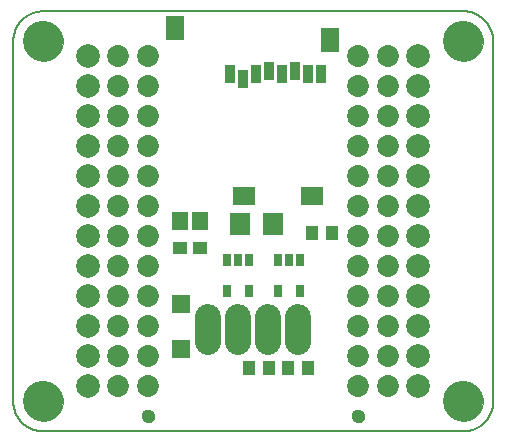
<source format=gts>
G75*
%MOIN*%
%OFA0B0*%
%FSLAX25Y25*%
%IPPOS*%
%LPD*%
%AMOC8*
5,1,8,0,0,1.08239X$1,22.5*
%
%ADD10C,0.00800*%
%ADD11R,0.04731X0.04337*%
%ADD12R,0.05912X0.05912*%
%ADD13R,0.03550X0.06306*%
%ADD14R,0.05912X0.07880*%
%ADD15R,0.07487X0.05912*%
%ADD16R,0.05518X0.06306*%
%ADD17R,0.03117X0.04298*%
%ADD18R,0.04337X0.04731*%
%ADD19R,0.06699X0.07487*%
%ADD20C,0.08668*%
%ADD21C,0.07900*%
%ADD22C,0.00000*%
%ADD23C,0.13400*%
%ADD24C,0.04400*%
%ADD25C,0.07300*%
D10*
X0010000Y0000000D02*
X0150000Y0000000D01*
X0150242Y0000003D01*
X0150483Y0000012D01*
X0150724Y0000026D01*
X0150965Y0000047D01*
X0151205Y0000073D01*
X0151445Y0000105D01*
X0151684Y0000143D01*
X0151921Y0000186D01*
X0152158Y0000236D01*
X0152393Y0000291D01*
X0152627Y0000351D01*
X0152859Y0000418D01*
X0153090Y0000489D01*
X0153319Y0000567D01*
X0153546Y0000650D01*
X0153771Y0000738D01*
X0153994Y0000832D01*
X0154214Y0000931D01*
X0154432Y0001036D01*
X0154647Y0001145D01*
X0154860Y0001260D01*
X0155070Y0001380D01*
X0155276Y0001505D01*
X0155480Y0001635D01*
X0155681Y0001770D01*
X0155878Y0001910D01*
X0156072Y0002054D01*
X0156262Y0002203D01*
X0156448Y0002357D01*
X0156631Y0002515D01*
X0156810Y0002677D01*
X0156985Y0002844D01*
X0157156Y0003015D01*
X0157323Y0003190D01*
X0157485Y0003369D01*
X0157643Y0003552D01*
X0157797Y0003738D01*
X0157946Y0003928D01*
X0158090Y0004122D01*
X0158230Y0004319D01*
X0158365Y0004520D01*
X0158495Y0004724D01*
X0158620Y0004930D01*
X0158740Y0005140D01*
X0158855Y0005353D01*
X0158964Y0005568D01*
X0159069Y0005786D01*
X0159168Y0006006D01*
X0159262Y0006229D01*
X0159350Y0006454D01*
X0159433Y0006681D01*
X0159511Y0006910D01*
X0159582Y0007141D01*
X0159649Y0007373D01*
X0159709Y0007607D01*
X0159764Y0007842D01*
X0159814Y0008079D01*
X0159857Y0008316D01*
X0159895Y0008555D01*
X0159927Y0008795D01*
X0159953Y0009035D01*
X0159974Y0009276D01*
X0159988Y0009517D01*
X0159997Y0009758D01*
X0160000Y0010000D01*
X0160000Y0130000D01*
X0159997Y0130242D01*
X0159988Y0130483D01*
X0159974Y0130724D01*
X0159953Y0130965D01*
X0159927Y0131205D01*
X0159895Y0131445D01*
X0159857Y0131684D01*
X0159814Y0131921D01*
X0159764Y0132158D01*
X0159709Y0132393D01*
X0159649Y0132627D01*
X0159582Y0132859D01*
X0159511Y0133090D01*
X0159433Y0133319D01*
X0159350Y0133546D01*
X0159262Y0133771D01*
X0159168Y0133994D01*
X0159069Y0134214D01*
X0158964Y0134432D01*
X0158855Y0134647D01*
X0158740Y0134860D01*
X0158620Y0135070D01*
X0158495Y0135276D01*
X0158365Y0135480D01*
X0158230Y0135681D01*
X0158090Y0135878D01*
X0157946Y0136072D01*
X0157797Y0136262D01*
X0157643Y0136448D01*
X0157485Y0136631D01*
X0157323Y0136810D01*
X0157156Y0136985D01*
X0156985Y0137156D01*
X0156810Y0137323D01*
X0156631Y0137485D01*
X0156448Y0137643D01*
X0156262Y0137797D01*
X0156072Y0137946D01*
X0155878Y0138090D01*
X0155681Y0138230D01*
X0155480Y0138365D01*
X0155276Y0138495D01*
X0155070Y0138620D01*
X0154860Y0138740D01*
X0154647Y0138855D01*
X0154432Y0138964D01*
X0154214Y0139069D01*
X0153994Y0139168D01*
X0153771Y0139262D01*
X0153546Y0139350D01*
X0153319Y0139433D01*
X0153090Y0139511D01*
X0152859Y0139582D01*
X0152627Y0139649D01*
X0152393Y0139709D01*
X0152158Y0139764D01*
X0151921Y0139814D01*
X0151684Y0139857D01*
X0151445Y0139895D01*
X0151205Y0139927D01*
X0150965Y0139953D01*
X0150724Y0139974D01*
X0150483Y0139988D01*
X0150242Y0139997D01*
X0150000Y0140000D01*
X0010000Y0140000D01*
X0009758Y0139997D01*
X0009517Y0139988D01*
X0009276Y0139974D01*
X0009035Y0139953D01*
X0008795Y0139927D01*
X0008555Y0139895D01*
X0008316Y0139857D01*
X0008079Y0139814D01*
X0007842Y0139764D01*
X0007607Y0139709D01*
X0007373Y0139649D01*
X0007141Y0139582D01*
X0006910Y0139511D01*
X0006681Y0139433D01*
X0006454Y0139350D01*
X0006229Y0139262D01*
X0006006Y0139168D01*
X0005786Y0139069D01*
X0005568Y0138964D01*
X0005353Y0138855D01*
X0005140Y0138740D01*
X0004930Y0138620D01*
X0004724Y0138495D01*
X0004520Y0138365D01*
X0004319Y0138230D01*
X0004122Y0138090D01*
X0003928Y0137946D01*
X0003738Y0137797D01*
X0003552Y0137643D01*
X0003369Y0137485D01*
X0003190Y0137323D01*
X0003015Y0137156D01*
X0002844Y0136985D01*
X0002677Y0136810D01*
X0002515Y0136631D01*
X0002357Y0136448D01*
X0002203Y0136262D01*
X0002054Y0136072D01*
X0001910Y0135878D01*
X0001770Y0135681D01*
X0001635Y0135480D01*
X0001505Y0135276D01*
X0001380Y0135070D01*
X0001260Y0134860D01*
X0001145Y0134647D01*
X0001036Y0134432D01*
X0000931Y0134214D01*
X0000832Y0133994D01*
X0000738Y0133771D01*
X0000650Y0133546D01*
X0000567Y0133319D01*
X0000489Y0133090D01*
X0000418Y0132859D01*
X0000351Y0132627D01*
X0000291Y0132393D01*
X0000236Y0132158D01*
X0000186Y0131921D01*
X0000143Y0131684D01*
X0000105Y0131445D01*
X0000073Y0131205D01*
X0000047Y0130965D01*
X0000026Y0130724D01*
X0000012Y0130483D01*
X0000003Y0130242D01*
X0000000Y0130000D01*
X0000000Y0010000D01*
X0000003Y0009758D01*
X0000012Y0009517D01*
X0000026Y0009276D01*
X0000047Y0009035D01*
X0000073Y0008795D01*
X0000105Y0008555D01*
X0000143Y0008316D01*
X0000186Y0008079D01*
X0000236Y0007842D01*
X0000291Y0007607D01*
X0000351Y0007373D01*
X0000418Y0007141D01*
X0000489Y0006910D01*
X0000567Y0006681D01*
X0000650Y0006454D01*
X0000738Y0006229D01*
X0000832Y0006006D01*
X0000931Y0005786D01*
X0001036Y0005568D01*
X0001145Y0005353D01*
X0001260Y0005140D01*
X0001380Y0004930D01*
X0001505Y0004724D01*
X0001635Y0004520D01*
X0001770Y0004319D01*
X0001910Y0004122D01*
X0002054Y0003928D01*
X0002203Y0003738D01*
X0002357Y0003552D01*
X0002515Y0003369D01*
X0002677Y0003190D01*
X0002844Y0003015D01*
X0003015Y0002844D01*
X0003190Y0002677D01*
X0003369Y0002515D01*
X0003552Y0002357D01*
X0003738Y0002203D01*
X0003928Y0002054D01*
X0004122Y0001910D01*
X0004319Y0001770D01*
X0004520Y0001635D01*
X0004724Y0001505D01*
X0004930Y0001380D01*
X0005140Y0001260D01*
X0005353Y0001145D01*
X0005568Y0001036D01*
X0005786Y0000931D01*
X0006006Y0000832D01*
X0006229Y0000738D01*
X0006454Y0000650D01*
X0006681Y0000567D01*
X0006910Y0000489D01*
X0007141Y0000418D01*
X0007373Y0000351D01*
X0007607Y0000291D01*
X0007842Y0000236D01*
X0008079Y0000186D01*
X0008316Y0000143D01*
X0008555Y0000105D01*
X0008795Y0000073D01*
X0009035Y0000047D01*
X0009276Y0000026D01*
X0009517Y0000012D01*
X0009758Y0000003D01*
X0010000Y0000000D01*
D11*
X0055654Y0061000D03*
X0062346Y0061000D03*
D12*
X0056000Y0042480D03*
X0056000Y0027520D03*
D13*
X0076634Y0117551D03*
X0072303Y0119126D03*
X0080965Y0119126D03*
X0085295Y0119913D03*
X0089626Y0119126D03*
X0093957Y0119913D03*
X0098287Y0119126D03*
X0102618Y0119126D03*
D14*
X0105728Y0130346D03*
X0053957Y0134283D03*
D15*
X0076988Y0078575D03*
X0099429Y0078575D03*
D16*
X0062346Y0070000D03*
X0055654Y0070000D03*
D17*
X0071260Y0057079D03*
X0075000Y0057079D03*
X0078740Y0057079D03*
X0088260Y0057079D03*
X0092000Y0057079D03*
X0095740Y0057079D03*
X0095740Y0046882D03*
X0088260Y0046882D03*
X0078740Y0046882D03*
X0071260Y0046882D03*
D18*
X0099654Y0066000D03*
X0106346Y0066000D03*
X0098346Y0021000D03*
X0091654Y0021000D03*
X0085346Y0021000D03*
X0078654Y0021000D03*
D19*
X0075488Y0069000D03*
X0086512Y0069000D03*
D20*
X0085000Y0038134D02*
X0085000Y0029866D01*
X0075000Y0029866D02*
X0075000Y0038134D01*
X0065000Y0038134D02*
X0065000Y0029866D01*
X0095000Y0029866D02*
X0095000Y0038134D01*
D21*
X0135000Y0035000D03*
X0135000Y0025000D03*
X0135000Y0015000D03*
X0135000Y0045000D03*
X0135000Y0055000D03*
X0135000Y0065000D03*
X0135000Y0075000D03*
X0135000Y0085000D03*
X0135000Y0095000D03*
X0135000Y0105000D03*
X0135000Y0115000D03*
X0135000Y0125000D03*
X0025000Y0125000D03*
X0025000Y0115000D03*
X0025000Y0105000D03*
X0025000Y0095000D03*
X0025000Y0085000D03*
X0025000Y0075000D03*
X0025000Y0065000D03*
X0025000Y0055000D03*
X0025000Y0045000D03*
X0025000Y0035000D03*
X0025000Y0025000D03*
X0025000Y0015000D03*
D22*
X0003500Y0010000D02*
X0003502Y0010161D01*
X0003508Y0010321D01*
X0003518Y0010482D01*
X0003532Y0010642D01*
X0003550Y0010802D01*
X0003571Y0010961D01*
X0003597Y0011120D01*
X0003627Y0011278D01*
X0003660Y0011435D01*
X0003698Y0011592D01*
X0003739Y0011747D01*
X0003784Y0011901D01*
X0003833Y0012054D01*
X0003886Y0012206D01*
X0003942Y0012357D01*
X0004003Y0012506D01*
X0004066Y0012654D01*
X0004134Y0012800D01*
X0004205Y0012944D01*
X0004279Y0013086D01*
X0004357Y0013227D01*
X0004439Y0013365D01*
X0004524Y0013502D01*
X0004612Y0013636D01*
X0004704Y0013768D01*
X0004799Y0013898D01*
X0004897Y0014026D01*
X0004998Y0014151D01*
X0005102Y0014273D01*
X0005209Y0014393D01*
X0005319Y0014510D01*
X0005432Y0014625D01*
X0005548Y0014736D01*
X0005667Y0014845D01*
X0005788Y0014950D01*
X0005912Y0015053D01*
X0006038Y0015153D01*
X0006166Y0015249D01*
X0006297Y0015342D01*
X0006431Y0015432D01*
X0006566Y0015519D01*
X0006704Y0015602D01*
X0006843Y0015682D01*
X0006985Y0015758D01*
X0007128Y0015831D01*
X0007273Y0015900D01*
X0007420Y0015966D01*
X0007568Y0016028D01*
X0007718Y0016086D01*
X0007869Y0016141D01*
X0008022Y0016192D01*
X0008176Y0016239D01*
X0008331Y0016282D01*
X0008487Y0016321D01*
X0008643Y0016357D01*
X0008801Y0016388D01*
X0008959Y0016416D01*
X0009118Y0016440D01*
X0009278Y0016460D01*
X0009438Y0016476D01*
X0009598Y0016488D01*
X0009759Y0016496D01*
X0009920Y0016500D01*
X0010080Y0016500D01*
X0010241Y0016496D01*
X0010402Y0016488D01*
X0010562Y0016476D01*
X0010722Y0016460D01*
X0010882Y0016440D01*
X0011041Y0016416D01*
X0011199Y0016388D01*
X0011357Y0016357D01*
X0011513Y0016321D01*
X0011669Y0016282D01*
X0011824Y0016239D01*
X0011978Y0016192D01*
X0012131Y0016141D01*
X0012282Y0016086D01*
X0012432Y0016028D01*
X0012580Y0015966D01*
X0012727Y0015900D01*
X0012872Y0015831D01*
X0013015Y0015758D01*
X0013157Y0015682D01*
X0013296Y0015602D01*
X0013434Y0015519D01*
X0013569Y0015432D01*
X0013703Y0015342D01*
X0013834Y0015249D01*
X0013962Y0015153D01*
X0014088Y0015053D01*
X0014212Y0014950D01*
X0014333Y0014845D01*
X0014452Y0014736D01*
X0014568Y0014625D01*
X0014681Y0014510D01*
X0014791Y0014393D01*
X0014898Y0014273D01*
X0015002Y0014151D01*
X0015103Y0014026D01*
X0015201Y0013898D01*
X0015296Y0013768D01*
X0015388Y0013636D01*
X0015476Y0013502D01*
X0015561Y0013365D01*
X0015643Y0013227D01*
X0015721Y0013086D01*
X0015795Y0012944D01*
X0015866Y0012800D01*
X0015934Y0012654D01*
X0015997Y0012506D01*
X0016058Y0012357D01*
X0016114Y0012206D01*
X0016167Y0012054D01*
X0016216Y0011901D01*
X0016261Y0011747D01*
X0016302Y0011592D01*
X0016340Y0011435D01*
X0016373Y0011278D01*
X0016403Y0011120D01*
X0016429Y0010961D01*
X0016450Y0010802D01*
X0016468Y0010642D01*
X0016482Y0010482D01*
X0016492Y0010321D01*
X0016498Y0010161D01*
X0016500Y0010000D01*
X0016498Y0009839D01*
X0016492Y0009679D01*
X0016482Y0009518D01*
X0016468Y0009358D01*
X0016450Y0009198D01*
X0016429Y0009039D01*
X0016403Y0008880D01*
X0016373Y0008722D01*
X0016340Y0008565D01*
X0016302Y0008408D01*
X0016261Y0008253D01*
X0016216Y0008099D01*
X0016167Y0007946D01*
X0016114Y0007794D01*
X0016058Y0007643D01*
X0015997Y0007494D01*
X0015934Y0007346D01*
X0015866Y0007200D01*
X0015795Y0007056D01*
X0015721Y0006914D01*
X0015643Y0006773D01*
X0015561Y0006635D01*
X0015476Y0006498D01*
X0015388Y0006364D01*
X0015296Y0006232D01*
X0015201Y0006102D01*
X0015103Y0005974D01*
X0015002Y0005849D01*
X0014898Y0005727D01*
X0014791Y0005607D01*
X0014681Y0005490D01*
X0014568Y0005375D01*
X0014452Y0005264D01*
X0014333Y0005155D01*
X0014212Y0005050D01*
X0014088Y0004947D01*
X0013962Y0004847D01*
X0013834Y0004751D01*
X0013703Y0004658D01*
X0013569Y0004568D01*
X0013434Y0004481D01*
X0013296Y0004398D01*
X0013157Y0004318D01*
X0013015Y0004242D01*
X0012872Y0004169D01*
X0012727Y0004100D01*
X0012580Y0004034D01*
X0012432Y0003972D01*
X0012282Y0003914D01*
X0012131Y0003859D01*
X0011978Y0003808D01*
X0011824Y0003761D01*
X0011669Y0003718D01*
X0011513Y0003679D01*
X0011357Y0003643D01*
X0011199Y0003612D01*
X0011041Y0003584D01*
X0010882Y0003560D01*
X0010722Y0003540D01*
X0010562Y0003524D01*
X0010402Y0003512D01*
X0010241Y0003504D01*
X0010080Y0003500D01*
X0009920Y0003500D01*
X0009759Y0003504D01*
X0009598Y0003512D01*
X0009438Y0003524D01*
X0009278Y0003540D01*
X0009118Y0003560D01*
X0008959Y0003584D01*
X0008801Y0003612D01*
X0008643Y0003643D01*
X0008487Y0003679D01*
X0008331Y0003718D01*
X0008176Y0003761D01*
X0008022Y0003808D01*
X0007869Y0003859D01*
X0007718Y0003914D01*
X0007568Y0003972D01*
X0007420Y0004034D01*
X0007273Y0004100D01*
X0007128Y0004169D01*
X0006985Y0004242D01*
X0006843Y0004318D01*
X0006704Y0004398D01*
X0006566Y0004481D01*
X0006431Y0004568D01*
X0006297Y0004658D01*
X0006166Y0004751D01*
X0006038Y0004847D01*
X0005912Y0004947D01*
X0005788Y0005050D01*
X0005667Y0005155D01*
X0005548Y0005264D01*
X0005432Y0005375D01*
X0005319Y0005490D01*
X0005209Y0005607D01*
X0005102Y0005727D01*
X0004998Y0005849D01*
X0004897Y0005974D01*
X0004799Y0006102D01*
X0004704Y0006232D01*
X0004612Y0006364D01*
X0004524Y0006498D01*
X0004439Y0006635D01*
X0004357Y0006773D01*
X0004279Y0006914D01*
X0004205Y0007056D01*
X0004134Y0007200D01*
X0004066Y0007346D01*
X0004003Y0007494D01*
X0003942Y0007643D01*
X0003886Y0007794D01*
X0003833Y0007946D01*
X0003784Y0008099D01*
X0003739Y0008253D01*
X0003698Y0008408D01*
X0003660Y0008565D01*
X0003627Y0008722D01*
X0003597Y0008880D01*
X0003571Y0009039D01*
X0003550Y0009198D01*
X0003532Y0009358D01*
X0003518Y0009518D01*
X0003508Y0009679D01*
X0003502Y0009839D01*
X0003500Y0010000D01*
X0043000Y0005000D02*
X0043002Y0005089D01*
X0043008Y0005178D01*
X0043018Y0005267D01*
X0043032Y0005355D01*
X0043049Y0005442D01*
X0043071Y0005528D01*
X0043097Y0005614D01*
X0043126Y0005698D01*
X0043159Y0005781D01*
X0043195Y0005862D01*
X0043236Y0005942D01*
X0043279Y0006019D01*
X0043326Y0006095D01*
X0043377Y0006168D01*
X0043430Y0006239D01*
X0043487Y0006308D01*
X0043547Y0006374D01*
X0043610Y0006438D01*
X0043675Y0006498D01*
X0043743Y0006556D01*
X0043814Y0006610D01*
X0043887Y0006661D01*
X0043962Y0006709D01*
X0044039Y0006754D01*
X0044118Y0006795D01*
X0044199Y0006832D01*
X0044281Y0006866D01*
X0044365Y0006897D01*
X0044450Y0006923D01*
X0044536Y0006946D01*
X0044623Y0006964D01*
X0044711Y0006979D01*
X0044800Y0006990D01*
X0044889Y0006997D01*
X0044978Y0007000D01*
X0045067Y0006999D01*
X0045156Y0006994D01*
X0045244Y0006985D01*
X0045333Y0006972D01*
X0045420Y0006955D01*
X0045507Y0006935D01*
X0045593Y0006910D01*
X0045677Y0006882D01*
X0045760Y0006850D01*
X0045842Y0006814D01*
X0045922Y0006775D01*
X0046000Y0006732D01*
X0046076Y0006686D01*
X0046150Y0006636D01*
X0046222Y0006583D01*
X0046291Y0006527D01*
X0046358Y0006468D01*
X0046422Y0006406D01*
X0046483Y0006342D01*
X0046542Y0006274D01*
X0046597Y0006204D01*
X0046649Y0006132D01*
X0046698Y0006057D01*
X0046743Y0005981D01*
X0046785Y0005902D01*
X0046823Y0005822D01*
X0046858Y0005740D01*
X0046889Y0005656D01*
X0046917Y0005571D01*
X0046940Y0005485D01*
X0046960Y0005398D01*
X0046976Y0005311D01*
X0046988Y0005222D01*
X0046996Y0005134D01*
X0047000Y0005045D01*
X0047000Y0004955D01*
X0046996Y0004866D01*
X0046988Y0004778D01*
X0046976Y0004689D01*
X0046960Y0004602D01*
X0046940Y0004515D01*
X0046917Y0004429D01*
X0046889Y0004344D01*
X0046858Y0004260D01*
X0046823Y0004178D01*
X0046785Y0004098D01*
X0046743Y0004019D01*
X0046698Y0003943D01*
X0046649Y0003868D01*
X0046597Y0003796D01*
X0046542Y0003726D01*
X0046483Y0003658D01*
X0046422Y0003594D01*
X0046358Y0003532D01*
X0046291Y0003473D01*
X0046222Y0003417D01*
X0046150Y0003364D01*
X0046076Y0003314D01*
X0046000Y0003268D01*
X0045922Y0003225D01*
X0045842Y0003186D01*
X0045760Y0003150D01*
X0045677Y0003118D01*
X0045593Y0003090D01*
X0045507Y0003065D01*
X0045420Y0003045D01*
X0045333Y0003028D01*
X0045244Y0003015D01*
X0045156Y0003006D01*
X0045067Y0003001D01*
X0044978Y0003000D01*
X0044889Y0003003D01*
X0044800Y0003010D01*
X0044711Y0003021D01*
X0044623Y0003036D01*
X0044536Y0003054D01*
X0044450Y0003077D01*
X0044365Y0003103D01*
X0044281Y0003134D01*
X0044199Y0003168D01*
X0044118Y0003205D01*
X0044039Y0003246D01*
X0043962Y0003291D01*
X0043887Y0003339D01*
X0043814Y0003390D01*
X0043743Y0003444D01*
X0043675Y0003502D01*
X0043610Y0003562D01*
X0043547Y0003626D01*
X0043487Y0003692D01*
X0043430Y0003761D01*
X0043377Y0003832D01*
X0043326Y0003905D01*
X0043279Y0003981D01*
X0043236Y0004058D01*
X0043195Y0004138D01*
X0043159Y0004219D01*
X0043126Y0004302D01*
X0043097Y0004386D01*
X0043071Y0004472D01*
X0043049Y0004558D01*
X0043032Y0004645D01*
X0043018Y0004733D01*
X0043008Y0004822D01*
X0043002Y0004911D01*
X0043000Y0005000D01*
X0113000Y0005000D02*
X0113002Y0005089D01*
X0113008Y0005178D01*
X0113018Y0005267D01*
X0113032Y0005355D01*
X0113049Y0005442D01*
X0113071Y0005528D01*
X0113097Y0005614D01*
X0113126Y0005698D01*
X0113159Y0005781D01*
X0113195Y0005862D01*
X0113236Y0005942D01*
X0113279Y0006019D01*
X0113326Y0006095D01*
X0113377Y0006168D01*
X0113430Y0006239D01*
X0113487Y0006308D01*
X0113547Y0006374D01*
X0113610Y0006438D01*
X0113675Y0006498D01*
X0113743Y0006556D01*
X0113814Y0006610D01*
X0113887Y0006661D01*
X0113962Y0006709D01*
X0114039Y0006754D01*
X0114118Y0006795D01*
X0114199Y0006832D01*
X0114281Y0006866D01*
X0114365Y0006897D01*
X0114450Y0006923D01*
X0114536Y0006946D01*
X0114623Y0006964D01*
X0114711Y0006979D01*
X0114800Y0006990D01*
X0114889Y0006997D01*
X0114978Y0007000D01*
X0115067Y0006999D01*
X0115156Y0006994D01*
X0115244Y0006985D01*
X0115333Y0006972D01*
X0115420Y0006955D01*
X0115507Y0006935D01*
X0115593Y0006910D01*
X0115677Y0006882D01*
X0115760Y0006850D01*
X0115842Y0006814D01*
X0115922Y0006775D01*
X0116000Y0006732D01*
X0116076Y0006686D01*
X0116150Y0006636D01*
X0116222Y0006583D01*
X0116291Y0006527D01*
X0116358Y0006468D01*
X0116422Y0006406D01*
X0116483Y0006342D01*
X0116542Y0006274D01*
X0116597Y0006204D01*
X0116649Y0006132D01*
X0116698Y0006057D01*
X0116743Y0005981D01*
X0116785Y0005902D01*
X0116823Y0005822D01*
X0116858Y0005740D01*
X0116889Y0005656D01*
X0116917Y0005571D01*
X0116940Y0005485D01*
X0116960Y0005398D01*
X0116976Y0005311D01*
X0116988Y0005222D01*
X0116996Y0005134D01*
X0117000Y0005045D01*
X0117000Y0004955D01*
X0116996Y0004866D01*
X0116988Y0004778D01*
X0116976Y0004689D01*
X0116960Y0004602D01*
X0116940Y0004515D01*
X0116917Y0004429D01*
X0116889Y0004344D01*
X0116858Y0004260D01*
X0116823Y0004178D01*
X0116785Y0004098D01*
X0116743Y0004019D01*
X0116698Y0003943D01*
X0116649Y0003868D01*
X0116597Y0003796D01*
X0116542Y0003726D01*
X0116483Y0003658D01*
X0116422Y0003594D01*
X0116358Y0003532D01*
X0116291Y0003473D01*
X0116222Y0003417D01*
X0116150Y0003364D01*
X0116076Y0003314D01*
X0116000Y0003268D01*
X0115922Y0003225D01*
X0115842Y0003186D01*
X0115760Y0003150D01*
X0115677Y0003118D01*
X0115593Y0003090D01*
X0115507Y0003065D01*
X0115420Y0003045D01*
X0115333Y0003028D01*
X0115244Y0003015D01*
X0115156Y0003006D01*
X0115067Y0003001D01*
X0114978Y0003000D01*
X0114889Y0003003D01*
X0114800Y0003010D01*
X0114711Y0003021D01*
X0114623Y0003036D01*
X0114536Y0003054D01*
X0114450Y0003077D01*
X0114365Y0003103D01*
X0114281Y0003134D01*
X0114199Y0003168D01*
X0114118Y0003205D01*
X0114039Y0003246D01*
X0113962Y0003291D01*
X0113887Y0003339D01*
X0113814Y0003390D01*
X0113743Y0003444D01*
X0113675Y0003502D01*
X0113610Y0003562D01*
X0113547Y0003626D01*
X0113487Y0003692D01*
X0113430Y0003761D01*
X0113377Y0003832D01*
X0113326Y0003905D01*
X0113279Y0003981D01*
X0113236Y0004058D01*
X0113195Y0004138D01*
X0113159Y0004219D01*
X0113126Y0004302D01*
X0113097Y0004386D01*
X0113071Y0004472D01*
X0113049Y0004558D01*
X0113032Y0004645D01*
X0113018Y0004733D01*
X0113008Y0004822D01*
X0113002Y0004911D01*
X0113000Y0005000D01*
X0143500Y0010000D02*
X0143502Y0010161D01*
X0143508Y0010321D01*
X0143518Y0010482D01*
X0143532Y0010642D01*
X0143550Y0010802D01*
X0143571Y0010961D01*
X0143597Y0011120D01*
X0143627Y0011278D01*
X0143660Y0011435D01*
X0143698Y0011592D01*
X0143739Y0011747D01*
X0143784Y0011901D01*
X0143833Y0012054D01*
X0143886Y0012206D01*
X0143942Y0012357D01*
X0144003Y0012506D01*
X0144066Y0012654D01*
X0144134Y0012800D01*
X0144205Y0012944D01*
X0144279Y0013086D01*
X0144357Y0013227D01*
X0144439Y0013365D01*
X0144524Y0013502D01*
X0144612Y0013636D01*
X0144704Y0013768D01*
X0144799Y0013898D01*
X0144897Y0014026D01*
X0144998Y0014151D01*
X0145102Y0014273D01*
X0145209Y0014393D01*
X0145319Y0014510D01*
X0145432Y0014625D01*
X0145548Y0014736D01*
X0145667Y0014845D01*
X0145788Y0014950D01*
X0145912Y0015053D01*
X0146038Y0015153D01*
X0146166Y0015249D01*
X0146297Y0015342D01*
X0146431Y0015432D01*
X0146566Y0015519D01*
X0146704Y0015602D01*
X0146843Y0015682D01*
X0146985Y0015758D01*
X0147128Y0015831D01*
X0147273Y0015900D01*
X0147420Y0015966D01*
X0147568Y0016028D01*
X0147718Y0016086D01*
X0147869Y0016141D01*
X0148022Y0016192D01*
X0148176Y0016239D01*
X0148331Y0016282D01*
X0148487Y0016321D01*
X0148643Y0016357D01*
X0148801Y0016388D01*
X0148959Y0016416D01*
X0149118Y0016440D01*
X0149278Y0016460D01*
X0149438Y0016476D01*
X0149598Y0016488D01*
X0149759Y0016496D01*
X0149920Y0016500D01*
X0150080Y0016500D01*
X0150241Y0016496D01*
X0150402Y0016488D01*
X0150562Y0016476D01*
X0150722Y0016460D01*
X0150882Y0016440D01*
X0151041Y0016416D01*
X0151199Y0016388D01*
X0151357Y0016357D01*
X0151513Y0016321D01*
X0151669Y0016282D01*
X0151824Y0016239D01*
X0151978Y0016192D01*
X0152131Y0016141D01*
X0152282Y0016086D01*
X0152432Y0016028D01*
X0152580Y0015966D01*
X0152727Y0015900D01*
X0152872Y0015831D01*
X0153015Y0015758D01*
X0153157Y0015682D01*
X0153296Y0015602D01*
X0153434Y0015519D01*
X0153569Y0015432D01*
X0153703Y0015342D01*
X0153834Y0015249D01*
X0153962Y0015153D01*
X0154088Y0015053D01*
X0154212Y0014950D01*
X0154333Y0014845D01*
X0154452Y0014736D01*
X0154568Y0014625D01*
X0154681Y0014510D01*
X0154791Y0014393D01*
X0154898Y0014273D01*
X0155002Y0014151D01*
X0155103Y0014026D01*
X0155201Y0013898D01*
X0155296Y0013768D01*
X0155388Y0013636D01*
X0155476Y0013502D01*
X0155561Y0013365D01*
X0155643Y0013227D01*
X0155721Y0013086D01*
X0155795Y0012944D01*
X0155866Y0012800D01*
X0155934Y0012654D01*
X0155997Y0012506D01*
X0156058Y0012357D01*
X0156114Y0012206D01*
X0156167Y0012054D01*
X0156216Y0011901D01*
X0156261Y0011747D01*
X0156302Y0011592D01*
X0156340Y0011435D01*
X0156373Y0011278D01*
X0156403Y0011120D01*
X0156429Y0010961D01*
X0156450Y0010802D01*
X0156468Y0010642D01*
X0156482Y0010482D01*
X0156492Y0010321D01*
X0156498Y0010161D01*
X0156500Y0010000D01*
X0156498Y0009839D01*
X0156492Y0009679D01*
X0156482Y0009518D01*
X0156468Y0009358D01*
X0156450Y0009198D01*
X0156429Y0009039D01*
X0156403Y0008880D01*
X0156373Y0008722D01*
X0156340Y0008565D01*
X0156302Y0008408D01*
X0156261Y0008253D01*
X0156216Y0008099D01*
X0156167Y0007946D01*
X0156114Y0007794D01*
X0156058Y0007643D01*
X0155997Y0007494D01*
X0155934Y0007346D01*
X0155866Y0007200D01*
X0155795Y0007056D01*
X0155721Y0006914D01*
X0155643Y0006773D01*
X0155561Y0006635D01*
X0155476Y0006498D01*
X0155388Y0006364D01*
X0155296Y0006232D01*
X0155201Y0006102D01*
X0155103Y0005974D01*
X0155002Y0005849D01*
X0154898Y0005727D01*
X0154791Y0005607D01*
X0154681Y0005490D01*
X0154568Y0005375D01*
X0154452Y0005264D01*
X0154333Y0005155D01*
X0154212Y0005050D01*
X0154088Y0004947D01*
X0153962Y0004847D01*
X0153834Y0004751D01*
X0153703Y0004658D01*
X0153569Y0004568D01*
X0153434Y0004481D01*
X0153296Y0004398D01*
X0153157Y0004318D01*
X0153015Y0004242D01*
X0152872Y0004169D01*
X0152727Y0004100D01*
X0152580Y0004034D01*
X0152432Y0003972D01*
X0152282Y0003914D01*
X0152131Y0003859D01*
X0151978Y0003808D01*
X0151824Y0003761D01*
X0151669Y0003718D01*
X0151513Y0003679D01*
X0151357Y0003643D01*
X0151199Y0003612D01*
X0151041Y0003584D01*
X0150882Y0003560D01*
X0150722Y0003540D01*
X0150562Y0003524D01*
X0150402Y0003512D01*
X0150241Y0003504D01*
X0150080Y0003500D01*
X0149920Y0003500D01*
X0149759Y0003504D01*
X0149598Y0003512D01*
X0149438Y0003524D01*
X0149278Y0003540D01*
X0149118Y0003560D01*
X0148959Y0003584D01*
X0148801Y0003612D01*
X0148643Y0003643D01*
X0148487Y0003679D01*
X0148331Y0003718D01*
X0148176Y0003761D01*
X0148022Y0003808D01*
X0147869Y0003859D01*
X0147718Y0003914D01*
X0147568Y0003972D01*
X0147420Y0004034D01*
X0147273Y0004100D01*
X0147128Y0004169D01*
X0146985Y0004242D01*
X0146843Y0004318D01*
X0146704Y0004398D01*
X0146566Y0004481D01*
X0146431Y0004568D01*
X0146297Y0004658D01*
X0146166Y0004751D01*
X0146038Y0004847D01*
X0145912Y0004947D01*
X0145788Y0005050D01*
X0145667Y0005155D01*
X0145548Y0005264D01*
X0145432Y0005375D01*
X0145319Y0005490D01*
X0145209Y0005607D01*
X0145102Y0005727D01*
X0144998Y0005849D01*
X0144897Y0005974D01*
X0144799Y0006102D01*
X0144704Y0006232D01*
X0144612Y0006364D01*
X0144524Y0006498D01*
X0144439Y0006635D01*
X0144357Y0006773D01*
X0144279Y0006914D01*
X0144205Y0007056D01*
X0144134Y0007200D01*
X0144066Y0007346D01*
X0144003Y0007494D01*
X0143942Y0007643D01*
X0143886Y0007794D01*
X0143833Y0007946D01*
X0143784Y0008099D01*
X0143739Y0008253D01*
X0143698Y0008408D01*
X0143660Y0008565D01*
X0143627Y0008722D01*
X0143597Y0008880D01*
X0143571Y0009039D01*
X0143550Y0009198D01*
X0143532Y0009358D01*
X0143518Y0009518D01*
X0143508Y0009679D01*
X0143502Y0009839D01*
X0143500Y0010000D01*
X0143500Y0130000D02*
X0143502Y0130161D01*
X0143508Y0130321D01*
X0143518Y0130482D01*
X0143532Y0130642D01*
X0143550Y0130802D01*
X0143571Y0130961D01*
X0143597Y0131120D01*
X0143627Y0131278D01*
X0143660Y0131435D01*
X0143698Y0131592D01*
X0143739Y0131747D01*
X0143784Y0131901D01*
X0143833Y0132054D01*
X0143886Y0132206D01*
X0143942Y0132357D01*
X0144003Y0132506D01*
X0144066Y0132654D01*
X0144134Y0132800D01*
X0144205Y0132944D01*
X0144279Y0133086D01*
X0144357Y0133227D01*
X0144439Y0133365D01*
X0144524Y0133502D01*
X0144612Y0133636D01*
X0144704Y0133768D01*
X0144799Y0133898D01*
X0144897Y0134026D01*
X0144998Y0134151D01*
X0145102Y0134273D01*
X0145209Y0134393D01*
X0145319Y0134510D01*
X0145432Y0134625D01*
X0145548Y0134736D01*
X0145667Y0134845D01*
X0145788Y0134950D01*
X0145912Y0135053D01*
X0146038Y0135153D01*
X0146166Y0135249D01*
X0146297Y0135342D01*
X0146431Y0135432D01*
X0146566Y0135519D01*
X0146704Y0135602D01*
X0146843Y0135682D01*
X0146985Y0135758D01*
X0147128Y0135831D01*
X0147273Y0135900D01*
X0147420Y0135966D01*
X0147568Y0136028D01*
X0147718Y0136086D01*
X0147869Y0136141D01*
X0148022Y0136192D01*
X0148176Y0136239D01*
X0148331Y0136282D01*
X0148487Y0136321D01*
X0148643Y0136357D01*
X0148801Y0136388D01*
X0148959Y0136416D01*
X0149118Y0136440D01*
X0149278Y0136460D01*
X0149438Y0136476D01*
X0149598Y0136488D01*
X0149759Y0136496D01*
X0149920Y0136500D01*
X0150080Y0136500D01*
X0150241Y0136496D01*
X0150402Y0136488D01*
X0150562Y0136476D01*
X0150722Y0136460D01*
X0150882Y0136440D01*
X0151041Y0136416D01*
X0151199Y0136388D01*
X0151357Y0136357D01*
X0151513Y0136321D01*
X0151669Y0136282D01*
X0151824Y0136239D01*
X0151978Y0136192D01*
X0152131Y0136141D01*
X0152282Y0136086D01*
X0152432Y0136028D01*
X0152580Y0135966D01*
X0152727Y0135900D01*
X0152872Y0135831D01*
X0153015Y0135758D01*
X0153157Y0135682D01*
X0153296Y0135602D01*
X0153434Y0135519D01*
X0153569Y0135432D01*
X0153703Y0135342D01*
X0153834Y0135249D01*
X0153962Y0135153D01*
X0154088Y0135053D01*
X0154212Y0134950D01*
X0154333Y0134845D01*
X0154452Y0134736D01*
X0154568Y0134625D01*
X0154681Y0134510D01*
X0154791Y0134393D01*
X0154898Y0134273D01*
X0155002Y0134151D01*
X0155103Y0134026D01*
X0155201Y0133898D01*
X0155296Y0133768D01*
X0155388Y0133636D01*
X0155476Y0133502D01*
X0155561Y0133365D01*
X0155643Y0133227D01*
X0155721Y0133086D01*
X0155795Y0132944D01*
X0155866Y0132800D01*
X0155934Y0132654D01*
X0155997Y0132506D01*
X0156058Y0132357D01*
X0156114Y0132206D01*
X0156167Y0132054D01*
X0156216Y0131901D01*
X0156261Y0131747D01*
X0156302Y0131592D01*
X0156340Y0131435D01*
X0156373Y0131278D01*
X0156403Y0131120D01*
X0156429Y0130961D01*
X0156450Y0130802D01*
X0156468Y0130642D01*
X0156482Y0130482D01*
X0156492Y0130321D01*
X0156498Y0130161D01*
X0156500Y0130000D01*
X0156498Y0129839D01*
X0156492Y0129679D01*
X0156482Y0129518D01*
X0156468Y0129358D01*
X0156450Y0129198D01*
X0156429Y0129039D01*
X0156403Y0128880D01*
X0156373Y0128722D01*
X0156340Y0128565D01*
X0156302Y0128408D01*
X0156261Y0128253D01*
X0156216Y0128099D01*
X0156167Y0127946D01*
X0156114Y0127794D01*
X0156058Y0127643D01*
X0155997Y0127494D01*
X0155934Y0127346D01*
X0155866Y0127200D01*
X0155795Y0127056D01*
X0155721Y0126914D01*
X0155643Y0126773D01*
X0155561Y0126635D01*
X0155476Y0126498D01*
X0155388Y0126364D01*
X0155296Y0126232D01*
X0155201Y0126102D01*
X0155103Y0125974D01*
X0155002Y0125849D01*
X0154898Y0125727D01*
X0154791Y0125607D01*
X0154681Y0125490D01*
X0154568Y0125375D01*
X0154452Y0125264D01*
X0154333Y0125155D01*
X0154212Y0125050D01*
X0154088Y0124947D01*
X0153962Y0124847D01*
X0153834Y0124751D01*
X0153703Y0124658D01*
X0153569Y0124568D01*
X0153434Y0124481D01*
X0153296Y0124398D01*
X0153157Y0124318D01*
X0153015Y0124242D01*
X0152872Y0124169D01*
X0152727Y0124100D01*
X0152580Y0124034D01*
X0152432Y0123972D01*
X0152282Y0123914D01*
X0152131Y0123859D01*
X0151978Y0123808D01*
X0151824Y0123761D01*
X0151669Y0123718D01*
X0151513Y0123679D01*
X0151357Y0123643D01*
X0151199Y0123612D01*
X0151041Y0123584D01*
X0150882Y0123560D01*
X0150722Y0123540D01*
X0150562Y0123524D01*
X0150402Y0123512D01*
X0150241Y0123504D01*
X0150080Y0123500D01*
X0149920Y0123500D01*
X0149759Y0123504D01*
X0149598Y0123512D01*
X0149438Y0123524D01*
X0149278Y0123540D01*
X0149118Y0123560D01*
X0148959Y0123584D01*
X0148801Y0123612D01*
X0148643Y0123643D01*
X0148487Y0123679D01*
X0148331Y0123718D01*
X0148176Y0123761D01*
X0148022Y0123808D01*
X0147869Y0123859D01*
X0147718Y0123914D01*
X0147568Y0123972D01*
X0147420Y0124034D01*
X0147273Y0124100D01*
X0147128Y0124169D01*
X0146985Y0124242D01*
X0146843Y0124318D01*
X0146704Y0124398D01*
X0146566Y0124481D01*
X0146431Y0124568D01*
X0146297Y0124658D01*
X0146166Y0124751D01*
X0146038Y0124847D01*
X0145912Y0124947D01*
X0145788Y0125050D01*
X0145667Y0125155D01*
X0145548Y0125264D01*
X0145432Y0125375D01*
X0145319Y0125490D01*
X0145209Y0125607D01*
X0145102Y0125727D01*
X0144998Y0125849D01*
X0144897Y0125974D01*
X0144799Y0126102D01*
X0144704Y0126232D01*
X0144612Y0126364D01*
X0144524Y0126498D01*
X0144439Y0126635D01*
X0144357Y0126773D01*
X0144279Y0126914D01*
X0144205Y0127056D01*
X0144134Y0127200D01*
X0144066Y0127346D01*
X0144003Y0127494D01*
X0143942Y0127643D01*
X0143886Y0127794D01*
X0143833Y0127946D01*
X0143784Y0128099D01*
X0143739Y0128253D01*
X0143698Y0128408D01*
X0143660Y0128565D01*
X0143627Y0128722D01*
X0143597Y0128880D01*
X0143571Y0129039D01*
X0143550Y0129198D01*
X0143532Y0129358D01*
X0143518Y0129518D01*
X0143508Y0129679D01*
X0143502Y0129839D01*
X0143500Y0130000D01*
X0003500Y0130000D02*
X0003502Y0130161D01*
X0003508Y0130321D01*
X0003518Y0130482D01*
X0003532Y0130642D01*
X0003550Y0130802D01*
X0003571Y0130961D01*
X0003597Y0131120D01*
X0003627Y0131278D01*
X0003660Y0131435D01*
X0003698Y0131592D01*
X0003739Y0131747D01*
X0003784Y0131901D01*
X0003833Y0132054D01*
X0003886Y0132206D01*
X0003942Y0132357D01*
X0004003Y0132506D01*
X0004066Y0132654D01*
X0004134Y0132800D01*
X0004205Y0132944D01*
X0004279Y0133086D01*
X0004357Y0133227D01*
X0004439Y0133365D01*
X0004524Y0133502D01*
X0004612Y0133636D01*
X0004704Y0133768D01*
X0004799Y0133898D01*
X0004897Y0134026D01*
X0004998Y0134151D01*
X0005102Y0134273D01*
X0005209Y0134393D01*
X0005319Y0134510D01*
X0005432Y0134625D01*
X0005548Y0134736D01*
X0005667Y0134845D01*
X0005788Y0134950D01*
X0005912Y0135053D01*
X0006038Y0135153D01*
X0006166Y0135249D01*
X0006297Y0135342D01*
X0006431Y0135432D01*
X0006566Y0135519D01*
X0006704Y0135602D01*
X0006843Y0135682D01*
X0006985Y0135758D01*
X0007128Y0135831D01*
X0007273Y0135900D01*
X0007420Y0135966D01*
X0007568Y0136028D01*
X0007718Y0136086D01*
X0007869Y0136141D01*
X0008022Y0136192D01*
X0008176Y0136239D01*
X0008331Y0136282D01*
X0008487Y0136321D01*
X0008643Y0136357D01*
X0008801Y0136388D01*
X0008959Y0136416D01*
X0009118Y0136440D01*
X0009278Y0136460D01*
X0009438Y0136476D01*
X0009598Y0136488D01*
X0009759Y0136496D01*
X0009920Y0136500D01*
X0010080Y0136500D01*
X0010241Y0136496D01*
X0010402Y0136488D01*
X0010562Y0136476D01*
X0010722Y0136460D01*
X0010882Y0136440D01*
X0011041Y0136416D01*
X0011199Y0136388D01*
X0011357Y0136357D01*
X0011513Y0136321D01*
X0011669Y0136282D01*
X0011824Y0136239D01*
X0011978Y0136192D01*
X0012131Y0136141D01*
X0012282Y0136086D01*
X0012432Y0136028D01*
X0012580Y0135966D01*
X0012727Y0135900D01*
X0012872Y0135831D01*
X0013015Y0135758D01*
X0013157Y0135682D01*
X0013296Y0135602D01*
X0013434Y0135519D01*
X0013569Y0135432D01*
X0013703Y0135342D01*
X0013834Y0135249D01*
X0013962Y0135153D01*
X0014088Y0135053D01*
X0014212Y0134950D01*
X0014333Y0134845D01*
X0014452Y0134736D01*
X0014568Y0134625D01*
X0014681Y0134510D01*
X0014791Y0134393D01*
X0014898Y0134273D01*
X0015002Y0134151D01*
X0015103Y0134026D01*
X0015201Y0133898D01*
X0015296Y0133768D01*
X0015388Y0133636D01*
X0015476Y0133502D01*
X0015561Y0133365D01*
X0015643Y0133227D01*
X0015721Y0133086D01*
X0015795Y0132944D01*
X0015866Y0132800D01*
X0015934Y0132654D01*
X0015997Y0132506D01*
X0016058Y0132357D01*
X0016114Y0132206D01*
X0016167Y0132054D01*
X0016216Y0131901D01*
X0016261Y0131747D01*
X0016302Y0131592D01*
X0016340Y0131435D01*
X0016373Y0131278D01*
X0016403Y0131120D01*
X0016429Y0130961D01*
X0016450Y0130802D01*
X0016468Y0130642D01*
X0016482Y0130482D01*
X0016492Y0130321D01*
X0016498Y0130161D01*
X0016500Y0130000D01*
X0016498Y0129839D01*
X0016492Y0129679D01*
X0016482Y0129518D01*
X0016468Y0129358D01*
X0016450Y0129198D01*
X0016429Y0129039D01*
X0016403Y0128880D01*
X0016373Y0128722D01*
X0016340Y0128565D01*
X0016302Y0128408D01*
X0016261Y0128253D01*
X0016216Y0128099D01*
X0016167Y0127946D01*
X0016114Y0127794D01*
X0016058Y0127643D01*
X0015997Y0127494D01*
X0015934Y0127346D01*
X0015866Y0127200D01*
X0015795Y0127056D01*
X0015721Y0126914D01*
X0015643Y0126773D01*
X0015561Y0126635D01*
X0015476Y0126498D01*
X0015388Y0126364D01*
X0015296Y0126232D01*
X0015201Y0126102D01*
X0015103Y0125974D01*
X0015002Y0125849D01*
X0014898Y0125727D01*
X0014791Y0125607D01*
X0014681Y0125490D01*
X0014568Y0125375D01*
X0014452Y0125264D01*
X0014333Y0125155D01*
X0014212Y0125050D01*
X0014088Y0124947D01*
X0013962Y0124847D01*
X0013834Y0124751D01*
X0013703Y0124658D01*
X0013569Y0124568D01*
X0013434Y0124481D01*
X0013296Y0124398D01*
X0013157Y0124318D01*
X0013015Y0124242D01*
X0012872Y0124169D01*
X0012727Y0124100D01*
X0012580Y0124034D01*
X0012432Y0123972D01*
X0012282Y0123914D01*
X0012131Y0123859D01*
X0011978Y0123808D01*
X0011824Y0123761D01*
X0011669Y0123718D01*
X0011513Y0123679D01*
X0011357Y0123643D01*
X0011199Y0123612D01*
X0011041Y0123584D01*
X0010882Y0123560D01*
X0010722Y0123540D01*
X0010562Y0123524D01*
X0010402Y0123512D01*
X0010241Y0123504D01*
X0010080Y0123500D01*
X0009920Y0123500D01*
X0009759Y0123504D01*
X0009598Y0123512D01*
X0009438Y0123524D01*
X0009278Y0123540D01*
X0009118Y0123560D01*
X0008959Y0123584D01*
X0008801Y0123612D01*
X0008643Y0123643D01*
X0008487Y0123679D01*
X0008331Y0123718D01*
X0008176Y0123761D01*
X0008022Y0123808D01*
X0007869Y0123859D01*
X0007718Y0123914D01*
X0007568Y0123972D01*
X0007420Y0124034D01*
X0007273Y0124100D01*
X0007128Y0124169D01*
X0006985Y0124242D01*
X0006843Y0124318D01*
X0006704Y0124398D01*
X0006566Y0124481D01*
X0006431Y0124568D01*
X0006297Y0124658D01*
X0006166Y0124751D01*
X0006038Y0124847D01*
X0005912Y0124947D01*
X0005788Y0125050D01*
X0005667Y0125155D01*
X0005548Y0125264D01*
X0005432Y0125375D01*
X0005319Y0125490D01*
X0005209Y0125607D01*
X0005102Y0125727D01*
X0004998Y0125849D01*
X0004897Y0125974D01*
X0004799Y0126102D01*
X0004704Y0126232D01*
X0004612Y0126364D01*
X0004524Y0126498D01*
X0004439Y0126635D01*
X0004357Y0126773D01*
X0004279Y0126914D01*
X0004205Y0127056D01*
X0004134Y0127200D01*
X0004066Y0127346D01*
X0004003Y0127494D01*
X0003942Y0127643D01*
X0003886Y0127794D01*
X0003833Y0127946D01*
X0003784Y0128099D01*
X0003739Y0128253D01*
X0003698Y0128408D01*
X0003660Y0128565D01*
X0003627Y0128722D01*
X0003597Y0128880D01*
X0003571Y0129039D01*
X0003550Y0129198D01*
X0003532Y0129358D01*
X0003518Y0129518D01*
X0003508Y0129679D01*
X0003502Y0129839D01*
X0003500Y0130000D01*
D23*
X0010000Y0130000D03*
X0150000Y0130000D03*
X0150000Y0010000D03*
X0010000Y0010000D03*
D24*
X0045000Y0005000D03*
X0115000Y0005000D03*
D25*
X0115000Y0015000D03*
X0125000Y0015000D03*
X0125000Y0025000D03*
X0115000Y0025000D03*
X0115000Y0035000D03*
X0125000Y0035000D03*
X0125000Y0045000D03*
X0115000Y0045000D03*
X0115000Y0055000D03*
X0125000Y0055000D03*
X0125000Y0065000D03*
X0125000Y0075000D03*
X0115000Y0075000D03*
X0115000Y0065000D03*
X0115000Y0085000D03*
X0125000Y0085000D03*
X0125000Y0095000D03*
X0115000Y0095000D03*
X0115000Y0105000D03*
X0125000Y0105000D03*
X0125000Y0115000D03*
X0115000Y0115000D03*
X0115000Y0125000D03*
X0125000Y0125000D03*
X0045000Y0125000D03*
X0035000Y0125000D03*
X0035000Y0115000D03*
X0045000Y0115000D03*
X0045000Y0105000D03*
X0035000Y0105000D03*
X0035000Y0095000D03*
X0045000Y0095000D03*
X0045000Y0085000D03*
X0035000Y0085000D03*
X0035000Y0075000D03*
X0035000Y0065000D03*
X0045000Y0065000D03*
X0045000Y0075000D03*
X0045000Y0055000D03*
X0035000Y0055000D03*
X0035000Y0045000D03*
X0045000Y0045000D03*
X0045000Y0035000D03*
X0035000Y0035000D03*
X0035000Y0025000D03*
X0045000Y0025000D03*
X0045000Y0015000D03*
X0035000Y0015000D03*
M02*

</source>
